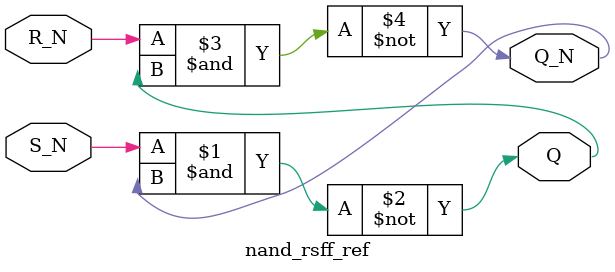
<source format=sv>
/*
 * Original version of RS-FF constructed from loops of SN7400 NAND
 * for simulation reference
 */
module nand_rsff_ref(
  input   logic  S_N, R_N,
  output  logic  Q, Q_N
);
  assign Q = ~(S_N & Q_N);
  assign Q_N = ~(R_N & Q);

endmodule

</source>
